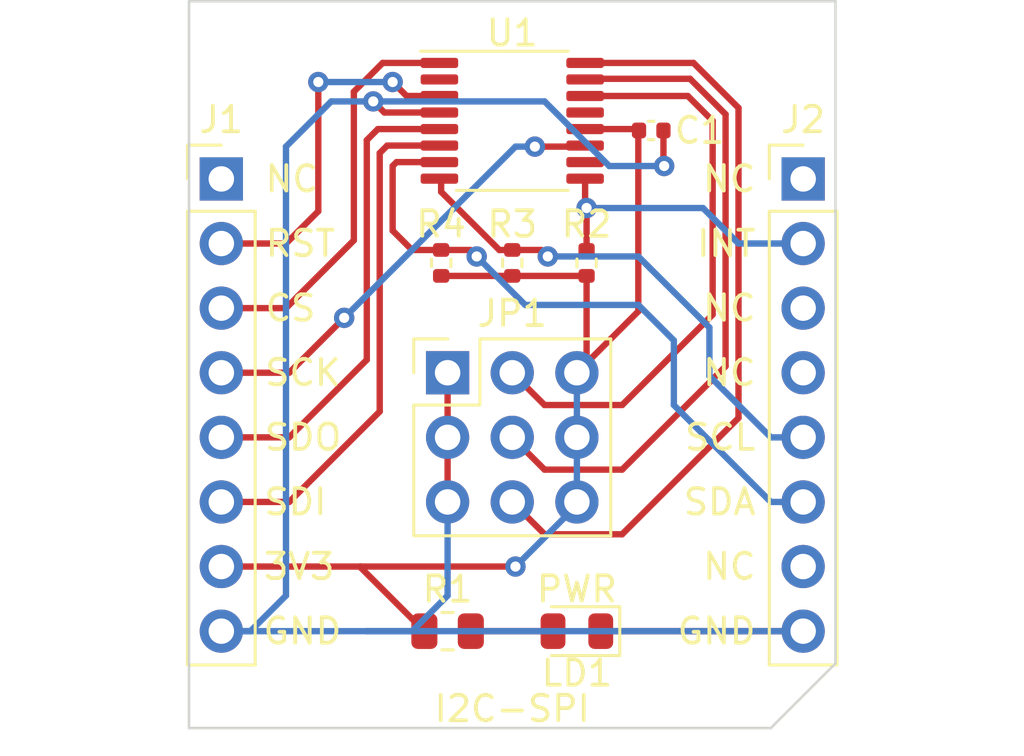
<source format=kicad_pcb>
(kicad_pcb (version 20211014) (generator pcbnew)
  (layers (0 "F.Cu" signal) (31 "B.Cu" signal) (34 "B.Paste" user) (35 "F.Paste" user) (36 "B.SilkS" user "B.Silkscreen") (37 "F.SilkS" user "F.Silkscreen") (38 "B.Mask" user) (39 "F.Mask" user) (44 "Edge.Cuts" user))
  (net 0 "")
  (net 1 "/3V3")
  (net 2 "/GND")
  (net 4 "/RST")
  (net 5 "/CS")
  (net 6 "/SCK")
  (net 7 "/SDO")
  (net 8 "/SDI")
  (net 10 "/INT")
  (net 13 "/SCL")
  (net 14 "/SDA")
  (net 16 "Net-(JP1-Pad2)")
  (net 17 "Net-(JP1-Pad5)")
  (net 18 "Net-(JP1-Pad8)")
  (net 22 "Net-(LD1-Pad2)")
  (footprint "Package_SO:TSSOP-16_4.4x5mm_P0.65mm" (layer "F.Cu") (at 38.1 26.924)
    (fp_text reference "U1" (at 0 -3.45) (layer "F.SilkS"))
    (fp_text value "SC18IS602BIPW/S8HP" hide)
    (fp_line (start 0 2.735) (end -2.2 2.735) (layer "F.SilkS") (width 0.12))
    (fp_line (start 0 -2.735) (end 2.2 -2.735) (layer "F.SilkS") (width 0.12))
    (fp_line (start 0 2.735) (end 2.2 2.735) (layer "F.SilkS") (width 0.12))
    (fp_line (start 0 -2.735) (end -3.6 -2.735) (layer "F.SilkS") (width 0.12))
    (pad "1" smd roundrect (at -2.8625 -2.275) (size 1.475 0.4) (layers "F.Cu" "F.Paste" "F.Mask") (net 5 "/CS"))
    (pad "2" smd roundrect (at -2.8625 -1.625) (size 1.475 0.4) (layers "F.Cu" "F.Paste" "F.Mask"))
    (pad "3" smd roundrect (at -2.8625 -0.975) (size 1.475 0.4) (layers "F.Cu" "F.Paste" "F.Mask") (net 4 "/RST"))
    (pad "4" smd roundrect (at -2.8625 -0.325) (size 1.475 0.4) (layers "F.Cu" "F.Paste" "F.Mask") (net 2 "/GND"))
    (pad "5" smd roundrect (at -2.8625 0.325) (size 1.475 0.4) (layers "F.Cu" "F.Paste" "F.Mask") (net 7 "/SDO"))
    (pad "6" smd roundrect (at -2.8625 0.975) (size 1.475 0.4) (layers "F.Cu" "F.Paste" "F.Mask") (net 8 "/SDI"))
    (pad "7" smd roundrect (at -2.8625 1.625) (size 1.475 0.4) (layers "F.Cu" "F.Paste" "F.Mask") (net 14 "/SDA"))
    (pad "8" smd roundrect (at -2.8625 2.275) (size 1.475 0.4) (layers "F.Cu" "F.Paste" "F.Mask") (net 13 "/SCL"))
    (pad "9" smd roundrect (at 2.8625 2.275) (size 1.475 0.4) (layers "F.Cu" "F.Paste" "F.Mask") (net 10 "/INT"))
    (pad "10" smd roundrect (at 2.8625 1.625) (size 1.475 0.4) (layers "F.Cu" "F.Paste" "F.Mask"))
    (pad "11" smd roundrect (at 2.8625 0.975) (size 1.475 0.4) (layers "F.Cu" "F.Paste" "F.Mask") (net 6 "/SCK"))
    (pad "12" smd roundrect (at 2.8625 0.325) (size 1.475 0.4) (layers "F.Cu" "F.Paste" "F.Mask") (net 1 "/3V3"))
    (pad "13" smd roundrect (at 2.8625 -0.325) (size 1.475 0.4) (layers "F.Cu" "F.Paste" "F.Mask"))
    (pad "14" smd roundrect (at 2.8625 -0.975) (size 1.475 0.4) (layers "F.Cu" "F.Paste" "F.Mask") (net 16 "Net-(JP1-Pad2)"))
    (pad "15" smd roundrect (at 2.8625 -1.625) (size 1.475 0.4) (layers "F.Cu" "F.Paste" "F.Mask") (net 17 "Net-(JP1-Pad5)"))
    (pad "16" smd roundrect (at 2.8625 -2.275) (size 1.475 0.4) (layers "F.Cu" "F.Paste" "F.Mask") (net 18 "Net-(JP1-Pad8)"))
  )
  (footprint "LED_SMD:LED_0805_2012Metric" (layer "F.Cu") (at 40.64 46.99 180)
    (fp_text reference "LD1" (at 0 -1.65) (layer "F.SilkS"))
    (fp_text value "PWR")
    (fp_line (start -1.685 0.96) (end 1 0.96) (layer "F.SilkS") (width 0.12))
    (fp_line (start 1 -0.96) (end -1.685 -0.96) (layer "F.SilkS") (width 0.12))
    (fp_line (start -1.685 -0.96) (end -1.685 0.96) (layer "F.SilkS") (width 0.12))
    (pad "1" smd roundrect (at -0.9375 0 180) (size 0.975 1.4) (layers "F.Cu" "F.Paste" "F.Mask") (net 2 "/GND"))
    (pad "2" smd roundrect (at 0.9375 0 180) (size 0.975 1.4) (layers "F.Cu" "F.Paste" "F.Mask") (net 22 "Net-(LD1-Pad2)"))
  )
  (footprint "Resistor_SMD:R_0805_2012Metric" (layer "F.Cu") (at 35.56 46.99)
    (fp_text reference "R1" (at 0 -1.65) (layer "F.SilkS"))
    (fp_text value "470Ω")
    (fp_line (start -0.227064 0.735) (end 0.227064 0.735) (layer "F.SilkS") (width 0.12))
    (fp_line (start -0.227064 -0.735) (end 0.227064 -0.735) (layer "F.SilkS") (width 0.12))
    (pad "1" smd roundrect (at -0.9125 0) (size 1.025 1.4) (layers "F.Cu" "F.Paste" "F.Mask") (roundrect_rratio 0.243902) (net 1 "/3V3"))
    (pad "2" smd roundrect (at 0.9125 0) (size 1.025 1.4) (layers "F.Cu" "F.Paste" "F.Mask") (roundrect_rratio 0.243902) (net 22 "Net-(LD1-Pad2)"))
  )
  (footprint "JLCPCB:JLCPCB_Mounting_Hole" (layer "F.Cu") (at 49.53 23.495)
    (fp_text reference "REF**" hide)
    (fp_text value "JLCPCB_Mounting_Hole")
    (pad "" np_thru_hole circle (at 0 0) (size 1.152 1.152) (drill 1.152) (layers F&B.Cu *.Mask))
  )
  (footprint "Capacitor_SMD:C_0402_1005Metric" (layer "F.Cu") (at 43.561 27.305)
    (fp_text reference "C1" (at 1.905 0 180) (layer "F.SilkS"))
    (fp_text value "0.1µF" hide)
    (fp_line (start -0.107836 0.36) (end 0.107836 0.36) (layer "F.SilkS") (width 0.12))
    (fp_line (start -0.107836 -0.36) (end 0.107836 -0.36) (layer "F.SilkS") (width 0.12))
    (pad "1" smd roundrect (at -0.48 0) (size 0.56 0.62) (layers "F.Cu" "F.Paste" "F.Mask") (net 1 "/3V3"))
    (pad "2" smd roundrect (at 0.48 0) (size 0.56 0.62) (layers "F.Cu" "F.Paste" "F.Mask") (net 2 "/GND"))
  )
  (footprint "Resistor_SMD:R_0402_1005Metric" (layer "F.Cu") (at 38.1 32.512 90)
    (fp_text reference "R3" (at 1.524 0 180) (layer "F.SilkS"))
    (fp_text value "4.7kΩ" hide)
    (fp_line (start -0.153641 -0.38) (end 0.153641 -0.38) (layer "F.SilkS") (width 0.12))
    (fp_line (start -0.153641 0.38) (end 0.153641 0.38) (layer "F.SilkS") (width 0.12))
    (pad "1" smd roundrect (at -0.51 0 90) (size 0.54 0.64) (layers "F.Cu" "F.Paste" "F.Mask") (net 1 "/3V3"))
    (pad "2" smd roundrect (at 0.51 0 90) (size 0.54 0.64) (layers "F.Cu" "F.Paste" "F.Mask") (net 13 "/SCL"))
  )
  (footprint "JLCPCB:JLCPCB_Mounting_Hole" (layer "F.Cu") (at 26.67 23.495)
    (fp_text reference "REF**" hide)
    (fp_text value "JLCPCB_Mounting_Hole")
    (pad "" np_thru_hole circle (at 0 0) (size 1.152 1.152) (drill 1.152) (layers F&B.Cu *.Mask))
  )
  (footprint "Resistor_SMD:R_0402_1005Metric" (layer "F.Cu") (at 41.021 32.512 90)
    (fp_text reference "R2" (at 1.524 0 180) (layer "F.SilkS"))
    (fp_text value "4.7kΩ" hide)
    (fp_line (start -0.153641 0.38) (end 0.153641 0.38) (layer "F.SilkS") (width 0.12))
    (fp_line (start -0.153641 -0.38) (end 0.153641 -0.38) (layer "F.SilkS") (width 0.12))
    (pad "1" smd roundrect (at -0.51 0 90) (size 0.54 0.64) (layers "F.Cu" "F.Paste" "F.Mask") (net 1 "/3V3"))
    (pad "2" smd roundrect (at 0.51 0 90) (size 0.54 0.64) (layers "F.Cu" "F.Paste" "F.Mask") (net 10 "/INT"))
  )
  (footprint "Resistor_SMD:R_0402_1005Metric" (layer "F.Cu") (at 35.306 32.512 90)
    (fp_text reference "R4" (at 1.524 0 180) (layer "F.SilkS"))
    (fp_text value "4.7kΩ" hide)
    (fp_line (start -0.153641 0.38) (end 0.153641 0.38) (layer "F.SilkS") (width 0.12))
    (fp_line (start -0.153641 -0.38) (end 0.153641 -0.38) (layer "F.SilkS") (width 0.12))
    (pad "1" smd roundrect (at -0.51 0 90) (size 0.54 0.64) (layers "F.Cu" "F.Paste" "F.Mask") (net 1 "/3V3"))
    (pad "2" smd roundrect (at 0.51 0 90) (size 0.54 0.64) (layers "F.Cu" "F.Paste" "F.Mask") (net 14 "/SDA"))
  )
  (footprint "Connector_PinHeader_2.54mm_Jumper:PinHeader_3x03_P2.54mm_Vertical" (layer "F.Cu") (at 35.56 36.83)
    (fp_text reference "JP1" (at 2.54 -2.33) (layer "F.SilkS"))
    (fp_text value "SW_DIP_x03_DPST_Pairwise" hide)
    (fp_line (start -1.33 1.27) (end -1.33 6.41) (layer "F.SilkS") (width 0.12))
    (fp_line (start 1.27 1.27) (end 1.27 -1.33) (layer "F.SilkS") (width 0.12))
    (fp_line (start 6.41 -1.33) (end 6.41 6.41) (layer "F.SilkS") (width 0.12))
    (fp_line (start -1.33 6.41) (end 6.41 6.41) (layer "F.SilkS") (width 0.12))
    (fp_line (start -1.33 -1.33) (end 0 -1.33) (layer "F.SilkS") (width 0.12))
    (fp_line (start -1.33 1.27) (end 1.27 1.27) (layer "F.SilkS") (width 0.12))
    (fp_line (start 1.27 -1.33) (end 6.41 -1.33) (layer "F.SilkS") (width 0.12))
    (fp_line (start -1.33 0) (end -1.33 -1.33) (layer "F.SilkS") (width 0.12))
    (pad "1" thru_hole rect (at 0 0) (size 1.7 1.7) (drill 1) (layers *.Cu *.Mask) (net 2 "/GND"))
    (pad "2" thru_hole oval (at 2.54 0) (size 1.7 1.7) (drill 1) (layers *.Cu *.Mask) (net 16 "Net-(JP1-Pad2)"))
    (pad "3" thru_hole oval (at 5.08 0) (size 1.7 1.7) (drill 1) (layers *.Cu *.Mask) (net 1 "/3V3"))
    (pad "4" thru_hole oval (at 0 2.54) (size 1.7 1.7) (drill 1) (layers *.Cu *.Mask) (net 2 "/GND"))
    (pad "5" thru_hole oval (at 2.54 2.54) (size 1.7 1.7) (drill 1) (layers *.Cu *.Mask) (net 17 "Net-(JP1-Pad5)"))
    (pad "6" thru_hole oval (at 5.08 2.54) (size 1.7 1.7) (drill 1) (layers *.Cu *.Mask) (net 1 "/3V3"))
    (pad "7" thru_hole oval (at 0 5.08) (size 1.7 1.7) (drill 1) (layers *.Cu *.Mask) (net 2 "/GND"))
    (pad "8" thru_hole oval (at 2.54 5.08) (size 1.7 1.7) (drill 1) (layers *.Cu *.Mask) (net 18 "Net-(JP1-Pad8)"))
    (pad "9" thru_hole oval (at 5.08 5.08) (size 1.7 1.7) (drill 1) (layers *.Cu *.Mask) (net 1 "/3V3"))
  )
  (footprint "Connector_PinHeader_2.54mm:PinHeader_1x08_P2.54mm_Vertical" (layer "F.Cu") (at 49.53 29.21)
    (fp_text reference "J2" (at 0 -2.33) (layer "F.SilkS"))
    (fp_text value "mikroBUS_R")
    (fp_line (start -1.33 0) (end -1.33 -1.33) (layer "F.SilkS") (width 0.12))
    (fp_line (start -1.33 1.27) (end 1.33 1.27) (layer "F.SilkS") (width 0.12))
    (fp_line (start -1.33 19.11) (end 1.33 19.11) (layer "F.SilkS") (width 0.12))
    (fp_line (start -1.33 1.27) (end -1.33 19.11) (layer "F.SilkS") (width 0.12))
    (fp_line (start -1.33 -1.33) (end 0 -1.33) (layer "F.SilkS") (width 0.12))
    (fp_line (start 1.33 1.27) (end 1.33 19.11) (layer "F.SilkS") (width 0.12))
    (pad "1" thru_hole rect (at 0 0) (size 1.7 1.7) (drill 1) (layers *.Cu *.Mask))
    (pad "2" thru_hole oval (at 0 2.54) (size 1.7 1.7) (drill 1) (layers *.Cu *.Mask) (net 10 "/INT"))
    (pad "3" thru_hole oval (at 0 5.08) (size 1.7 1.7) (drill 1) (layers *.Cu *.Mask))
    (pad "4" thru_hole oval (at 0 7.62) (size 1.7 1.7) (drill 1) (layers *.Cu *.Mask))
    (pad "5" thru_hole oval (at 0 10.16) (size 1.7 1.7) (drill 1) (layers *.Cu *.Mask) (net 13 "/SCL"))
    (pad "6" thru_hole oval (at 0 12.7) (size 1.7 1.7) (drill 1) (layers *.Cu *.Mask) (net 14 "/SDA"))
    (pad "7" thru_hole oval (at 0 15.24) (size 1.7 1.7) (drill 1) (layers *.Cu *.Mask))
    (pad "8" thru_hole oval (at 0 17.78) (size 1.7 1.7) (drill 1) (layers *.Cu *.Mask) (net 2 "/GND"))
  )
  (footprint "JLCPCB:JLCPCB_Mounting_Hole" (layer "F.Cu") (at 26.67 49.53)
    (fp_text reference "REF**" hide)
    (fp_text value "JLCPCB_Mounting_Hole")
    (pad "" np_thru_hole circle (at 0 0) (size 1.152 1.152) (drill 1.152) (layers F&B.Cu *.Mask))
  )
  (footprint "Connector_PinHeader_2.54mm:PinHeader_1x08_P2.54mm_Vertical" (layer "F.Cu") (at 26.67 29.21)
    (fp_text reference "J1" (at 0 -2.33) (layer "F.SilkS"))
    (fp_text value "mikroBUS_L")
    (fp_line (start 1.33 1.27) (end 1.33 19.11) (layer "F.SilkS") (width 0.12))
    (fp_line (start -1.33 -1.33) (end 0 -1.33) (layer "F.SilkS") (width 0.12))
    (fp_line (start -1.33 1.27) (end 1.33 1.27) (layer "F.SilkS") (width 0.12))
    (fp_line (start -1.33 0) (end -1.33 -1.33) (layer "F.SilkS") (width 0.12))
    (fp_line (start -1.33 1.27) (end -1.33 19.11) (layer "F.SilkS") (width 0.12))
    (fp_line (start -1.33 19.11) (end 1.33 19.11) (layer "F.SilkS") (width 0.12))
    (pad "1" thru_hole rect (at 0 0) (size 1.7 1.7) (drill 1) (layers *.Cu *.Mask))
    (pad "2" thru_hole oval (at 0 2.54) (size 1.7 1.7) (drill 1) (layers *.Cu *.Mask) (net 4 "/RST"))
    (pad "3" thru_hole oval (at 0 5.08) (size 1.7 1.7) (drill 1) (layers *.Cu *.Mask) (net 5 "/CS"))
    (pad "4" thru_hole oval (at 0 7.62) (size 1.7 1.7) (drill 1) (layers *.Cu *.Mask) (net 6 "/SCK"))
    (pad "5" thru_hole oval (at 0 10.16) (size 1.7 1.7) (drill 1) (layers *.Cu *.Mask) (net 7 "/SDO"))
    (pad "6" thru_hole oval (at 0 12.7) (size 1.7 1.7) (drill 1) (layers *.Cu *.Mask) (net 8 "/SDI"))
    (pad "7" thru_hole oval (at 0 15.24) (size 1.7 1.7) (drill 1) (layers *.Cu *.Mask) (net 1 "/3V3"))
    (pad "8" thru_hole oval (at 0 17.78) (size 1.7 1.7) (drill 1) (layers *.Cu *.Mask) (net 2 "/GND"))
  )
  (gr_line (start 25.4 22.225) (end 50.8 22.225) (layer "Edge.Cuts") (width 0.1))
  (gr_line (start 25.4 50.8) (end 48.26 50.8) (layer "Edge.Cuts") (width 0.1))
  (gr_line (start 25.4 50.8) (end 25.4 22.225) (layer "Edge.Cuts") (width 0.1))
  (gr_line (start 48.26 50.8) (end 50.8 48.26) (layer "Edge.Cuts") (width 0.1))
  (gr_line (start 50.8 48.26) (end 50.8 22.225) (layer "Edge.Cuts") (width 0.1))
  (gr_text "GND" (at 28.233516 46.99) (layer "F.SilkS") (effects (font (size 1 1)) (justify left)))
  (gr_text "NC" (at 47.746658 29.21) (layer "F.SilkS") (effects (font (size 1 1)) (justify right)))
  (gr_text "SCK" (at 28.298101 36.83) (layer "F.SilkS") (effects (font (size 1 1)) (justify left)))
  (gr_text "NC" (at 47.752 44.45) (layer "F.SilkS") (effects (font (size 1 1)) (justify right)))
  (gr_text "SDI" (at 28.265809 41.91) (layer "F.SilkS") (effects (font (size 1 1)) (justify left)))
  (gr_text "NC" (at 47.752 36.83) (layer "F.SilkS") (effects (font (size 1 1)) (justify right)))
  (gr_text "NC" (at 28.314225 29.21) (layer "F.SilkS") (effects (font (size 1 1)) (justify left)))
  (gr_text "GND" (at 47.752 46.99) (layer "F.SilkS") (effects (font (size 1 1)) (justify right)))
  (gr_text "SCL" (at 47.752 39.37) (layer "F.SilkS") (effects (font (size 1 1)) (justify right)))
  (gr_text "PWR" (at 40.64 45.339) (layer "F.SilkS") (effects (font (size 1 1))))
  (gr_text "INT" (at 47.752 31.75) (layer "F.SilkS") (effects (font (size 1 1)) (justify right)))
  (gr_text "I2C-SPI" (at 38.1 50.038) (layer "F.SilkS") (effects (font (size 1 1))))
  (gr_text "3V3" (at 28.249662 44.45) (layer "F.SilkS") (effects (font (size 1 1)) (justify left)))
  (gr_text "CS" (at 28.314247 34.29) (layer "F.SilkS") (effects (font (size 1 1)) (justify left)))
  (gr_text "RST" (at 28.321 31.75) (layer "F.SilkS") (effects (font (size 1 1)) (justify left)))
  (gr_text "SDA" (at 47.752 41.91) (layer "F.SilkS") (effects (font (size 1 1)) (justify right)))
  (gr_text "NC" (at 47.752 34.29) (layer "F.SilkS") (effects (font (size 1 1)) (justify right)))
  (gr_text "SDO" (at 28.281955 39.37) (layer "F.SilkS") (effects (font (size 1 1)) (justify left)))
  (segment (start 42.997 27.249) (end 43.053 27.305) (width 0.25) (layer "F.Cu") (net 1))
  (segment (start 32.131 44.4735) (end 32.131 44.45) (width 0.25) (layer "F.Cu") (net 1))
  (segment (start 40.9625 27.249) (end 42.997 27.249) (width 0.25) (layer "F.Cu") (net 1))
  (segment (start 41.021 33.022) (end 41.021 36.576) (width 0.25) (layer "F.Cu") (net 1))
  (segment (start 35.306 33.022) (end 41.019 33.022) (width 0.25) (layer "F.Cu") (net 1))
  (segment (start 41.019 33.022) (end 41.021 33.02) (width 0.25) (layer "F.Cu") (net 1))
  (segment (start 32.131 44.45) (end 38.227 44.45) (width 0.25) (layer "F.Cu") (net 1))
  (segment (start 43.053 34.417) (end 40.64 36.83) (width 0.25) (layer "F.Cu") (net 1))
  (segment (start 34.6475 46.99) (end 32.131 44.4735) (width 0.25) (layer "F.Cu") (net 1))
  (segment (start 43.053 27.277) (end 43.053 34.417) (width 0.25) (layer "F.Cu") (net 1))
  (segment (start 26.67 44.45) (end 32.131 44.45) (width 0.25) (layer "F.Cu") (net 1))
  (via (at 38.227 44.45) (size 0.8) (drill 0.4) (layers "F.Cu" "B.Cu") (net 1))
  (segment (start 40.64 42.037) (end 40.64 41.91) (width 0.25) (layer "B.Cu") (net 1))
  (segment (start 38.227 44.45) (end 40.64 42.037) (width 0.25) (layer "B.Cu") (net 1))
  (segment (start 40.64 36.83) (end 40.64 41.91) (width 0.25) (layer "B.Cu") (net 1))
  (segment (start 41.5775 46.99) (end 49.53 46.99) (width 0.25) (layer "F.Cu") (net 2))
  (segment (start 44.041 28.674) (end 44.069 28.702) (width 0.25) (layer "F.Cu") (net 2))
  (segment (start 35.56 36.83) (end 35.56 41.91) (width 0.25) (layer "F.Cu") (net 2))
  (segment (start 35.2375 26.599) (end 33.076 26.599) (width 0.25) (layer "F.Cu") (net 2))
  (segment (start 33.076 26.599) (end 32.639 26.162) (width 0.25) (layer "F.Cu") (net 2))
  (segment (start 44.041 27.305) (end 44.041 28.674) (width 0.25) (layer "F.Cu") (net 2))
  (via (at 32.639 26.162) (size 0.8) (drill 0.4) (layers "F.Cu" "B.Cu") (net 2))
  (via (at 44.069 28.702) (size 0.8) (drill 0.4) (layers "F.Cu" "B.Cu") (net 2))
  (segment (start 29.21 45.593) (end 27.813 46.99) (width 0.25) (layer "B.Cu") (net 2))
  (segment (start 41.91 28.702) (end 39.37 26.162) (width 0.25) (layer "B.Cu") (net 2))
  (segment (start 27.813 46.99) (end 26.797 46.99) (width 0.25) (layer "B.Cu") (net 2))
  (segment (start 35.56 41.91) (end 35.56 45.593) (width 0.25) (layer "B.Cu") (net 2))
  (segment (start 30.988 26.162) (end 29.21 27.94) (width 0.25) (layer "B.Cu") (net 2))
  (segment (start 39.37 26.162) (end 32.639 26.162) (width 0.25) (layer "B.Cu") (net 2))
  (segment (start 32.385 46.99) (end 26.67 46.99) (width 0.25) (layer "B.Cu") (net 2))
  (segment (start 49.53 46.99) (end 32.385 46.99) (width 0.25) (layer "B.Cu") (net 2))
  (segment (start 32.639 26.162) (end 30.988 26.162) (width 0.25) (layer "B.Cu") (net 2))
  (segment (start 44.069 28.702) (end 41.91 28.702) (width 0.25) (layer "B.Cu") (net 2))
  (segment (start 29.21 27.94) (end 29.21 45.593) (width 0.25) (layer "B.Cu") (net 2))
  (segment (start 35.56 45.593) (end 34.163 46.99) (width 0.25) (layer "B.Cu") (net 2))
  (segment (start 34.163 46.99) (end 32.385 46.99) (width 0.25) (layer "B.Cu") (net 2))
  (segment (start 30.48 30.48) (end 29.21 31.75) (width 0.25) (layer "F.Cu") (net 4))
  (segment (start 35.2375 25.949) (end 33.95 25.949) (width 0.25) (layer "F.Cu") (net 4))
  (segment (start 33.95 25.949) (end 33.401 25.4) (width 0.25) (layer "F.Cu") (net 4))
  (segment (start 29.21 31.75) (end 26.67 31.75) (width 0.25) (layer "F.Cu") (net 4))
  (segment (start 30.48 25.4) (end 30.48 30.48) (width 0.25) (layer "F.Cu") (net 4))
  (via (at 33.401 25.4) (size 0.8) (drill 0.4) (layers "F.Cu" "B.Cu") (net 4))
  (via (at 30.48 25.4) (size 0.8) (drill 0.4) (layers "F.Cu" "B.Cu") (net 4))
  (segment (start 33.401 25.4) (end 30.48 25.4) (width 0.25) (layer "B.Cu") (net 4))
  (segment (start 26.67 34.29) (end 29.21 34.29) (width 0.25) (layer "F.Cu") (net 5))
  (segment (start 31.877 31.623) (end 31.877 25.781) (width 0.25) (layer "F.Cu") (net 5))
  (segment (start 29.21 34.29) (end 31.877 31.623) (width 0.25) (layer "F.Cu") (net 5))
  (segment (start 33.009 24.649) (end 31.877 25.781) (width 0.25) (layer "F.Cu") (net 5))
  (segment (start 35.2375 24.649) (end 33.009 24.649) (width 0.25) (layer "F.Cu") (net 5))
  (segment (start 31.496 34.671) (end 29.337 36.83) (width 0.25) (layer "F.Cu") (net 6))
  (segment (start 29.337 36.83) (end 26.67 36.83) (width 0.25) (layer "F.Cu") (net 6))
  (segment (start 38.989 27.94) (end 40.894 27.94) (width 0.25) (layer "F.Cu") (net 6))
  (via (at 38.989 27.94) (size 0.8) (drill 0.4) (layers "F.Cu" "B.Cu") (net 6))
  (via (at 31.496 34.671) (size 0.8) (drill 0.4) (layers "F.Cu" "B.Cu") (net 6))
  (segment (start 38.989 27.94) (end 38.227 27.94) (width 0.25) (layer "B.Cu") (net 6))
  (segment (start 38.227 27.94) (end 31.496 34.671) (width 0.25) (layer "B.Cu") (net 6))
  (segment (start 26.67 39.37) (end 29.337 39.37) (width 0.25) (layer "F.Cu") (net 7))
  (segment (start 32.822 27.249) (end 35.2375 27.249) (width 0.25) (layer "F.Cu") (net 7))
  (segment (start 32.385 27.686) (end 32.822 27.249) (width 0.25) (layer "F.Cu") (net 7))
  (segment (start 29.337 39.37) (end 32.385 36.322) (width 0.25) (layer "F.Cu") (net 7))
  (segment (start 32.385 36.322) (end 32.385 27.686) (width 0.25) (layer "F.Cu") (net 7))
  (segment (start 29.337 41.91) (end 32.893 38.354) (width 0.25) (layer "F.Cu") (net 8))
  (segment (start 32.893 38.354) (end 32.893 28.194) (width 0.25) (layer "F.Cu") (net 8))
  (segment (start 32.893 28.194) (end 33.188 27.899) (width 0.25) (layer "F.Cu") (net 8))
  (segment (start 26.67 41.91) (end 29.337 41.91) (width 0.25) (layer "F.Cu") (net 8))
  (segment (start 33.188 27.899) (end 35.2375 27.899) (width 0.25) (layer "F.Cu") (net 8))
  (segment (start 40.9625 30.2945) (end 41.021 30.353) (width 0.25) (layer "F.Cu") (net 10))
  (segment (start 41.021 30.353) (end 41.021 32.004) (width 0.25) (layer "F.Cu") (net 10))
  (segment (start 40.9625 29.199) (end 40.9625 30.2945) (width 0.25) (layer "F.Cu") (net 10))
  (via (at 41.021 30.353) (size 0.8) (drill 0.4) (layers "F.Cu" "B.Cu") (net 10))
  (segment (start 46.99 31.75) (end 49.53 31.75) (width 0.25) (layer "B.Cu") (net 10))
  (segment (start 45.593 30.353) (end 46.99 31.75) (width 0.25) (layer "B.Cu") (net 10))
  (segment (start 41.021 30.353) (end 45.593 30.353) (width 0.25) (layer "B.Cu") (net 10))
  (segment (start 35.306 29.718) (end 37.592 32.004) (width 0.25) (layer "F.Cu") (net 13))
  (segment (start 39.241 32.002) (end 39.497 32.258) (width 0.25) (layer "F.Cu") (net 13))
  (segment (start 37.592 32.004) (end 38.1 32.004) (width 0.25) (layer "F.Cu") (net 13))
  (segment (start 35.306 29.2675) (end 35.306 29.718) (width 0.25) (layer "F.Cu") (net 13))
  (segment (start 35.2375 29.199) (end 35.306 29.2675) (width 0.25) (layer "F.Cu") (net 13))
  (segment (start 38.1 32.002) (end 39.241 32.002) (width 0.25) (layer "F.Cu") (net 13))
  (via (at 39.497 32.258) (size 0.8) (drill 0.4) (layers "F.Cu" "B.Cu") (net 13))
  (segment (start 39.497 32.258) (end 43.053 32.258) (width 0.25) (layer "B.Cu") (net 13))
  (segment (start 48.26 39.37) (end 49.53 39.37) (width 0.25) (layer "B.Cu") (net 13))
  (segment (start 43.053 32.258) (end 45.847 35.052) (width 0.25) (layer "B.Cu") (net 13))
  (segment (start 45.847 36.957) (end 48.26 39.37) (width 0.25) (layer "B.Cu") (net 13))
  (segment (start 45.847 35.052) (end 45.847 36.957) (width 0.25) (layer "B.Cu") (net 13))
  (segment (start 35.306 32.002) (end 36.447 32.002) (width 0.25) (layer "F.Cu") (net 14))
  (segment (start 33.554 28.549) (end 33.401 28.702) (width 0.25) (layer "F.Cu") (net 14))
  (segment (start 36.447 32.002) (end 36.703 32.258) (width 0.25) (layer "F.Cu") (net 14))
  (segment (start 33.401 28.702) (end 33.401 31.242) (width 0.25) (layer "F.Cu") (net 14))
  (segment (start 35.2375 28.549) (end 33.554 28.549) (width 0.25) (layer "F.Cu") (net 14))
  (segment (start 33.401 31.242) (end 34.163 32.004) (width 0.25) (layer "F.Cu") (net 14))
  (segment (start 34.163 32.004) (end 35.306 32.004) (width 0.25) (layer "F.Cu") (net 14))
  (via (at 36.703 32.258) (size 0.8) (drill 0.4) (layers "F.Cu" "B.Cu") (net 14))
  (segment (start 43.053 34.163) (end 44.45 35.56) (width 0.25) (layer "B.Cu") (net 14))
  (segment (start 44.45 35.56) (end 44.45 38.1) (width 0.25) (layer "B.Cu") (net 14))
  (segment (start 48.26 41.91) (end 49.53 41.91) (width 0.25) (layer "B.Cu") (net 14))
  (segment (start 44.45 38.1) (end 48.26 41.91) (width 0.25) (layer "B.Cu") (net 14))
  (segment (start 38.608 34.163) (end 43.053 34.163) (width 0.25) (layer "B.Cu") (net 14))
  (segment (start 36.703 32.258) (end 38.608 34.163) (width 0.25) (layer "B.Cu") (net 14))
  (segment (start 39.37 38.1) (end 42.418 38.1) (width 0.25) (layer "F.Cu") (net 16))
  (segment (start 45.974 26.924) (end 45.974 34.544) (width 0.25) (layer "F.Cu") (net 16))
  (segment (start 45.974 34.544) (end 42.418 38.1) (width 0.25) (layer "F.Cu") (net 16))
  (segment (start 44.999 25.949) (end 45.974 26.924) (width 0.25) (layer "F.Cu") (net 16))
  (segment (start 40.9625 25.949) (end 44.999 25.949) (width 0.25) (layer "F.Cu") (net 16))
  (segment (start 38.1 36.83) (end 39.37 38.1) (width 0.25) (layer "F.Cu") (net 16))
  (segment (start 45.085 25.273) (end 41.021 25.273) (width 0.25) (layer "F.Cu") (net 17))
  (segment (start 42.418 40.64) (end 46.482 36.576) (width 0.25) (layer "F.Cu") (net 17))
  (segment (start 38.1 39.37) (end 39.37 40.64) (width 0.25) (layer "F.Cu") (net 17))
  (segment (start 46.482 26.67) (end 46.482 36.576) (width 0.25) (layer "F.Cu") (net 17))
  (segment (start 46.482 26.67) (end 45.085 25.273) (width 0.25) (layer "F.Cu") (net 17))
  (segment (start 39.37 40.64) (end 42.418 40.64) (width 0.25) (layer "F.Cu") (net 17))
  (segment (start 46.99 38.608) (end 42.418 43.18) (width 0.25) (layer "F.Cu") (net 18))
  (segment (start 39.37 43.18) (end 42.418 43.18) (width 0.25) (layer "F.Cu") (net 18))
  (segment (start 46.99 26.416) (end 45.223 24.649) (width 0.25) (layer "F.Cu") (net 18))
  (segment (start 38.1 41.91) (end 39.37 43.18) (width 0.25) (layer "F.Cu") (net 18))
  (segment (start 46.99 26.416) (end 46.99 38.608) (width 0.25) (layer "F.Cu") (net 18))
  (segment (start 45.223 24.649) (end 40.9625 24.649) (width 0.25) (layer "F.Cu") (net 18))
  (segment (start 36.4725 46.99) (end 39.751 46.99) (width 0.25) (layer "F.Cu") (net 22))
)
</source>
